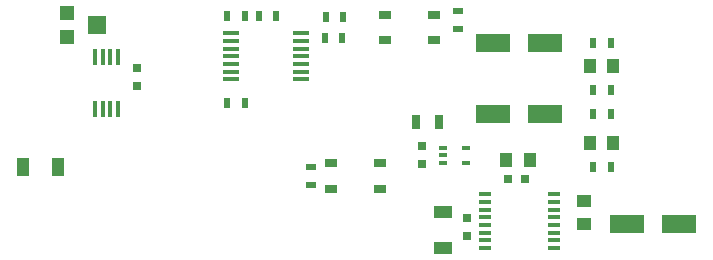
<source format=gtp>
G04 #@! TF.FileFunction,Paste,Top*
%FSLAX46Y46*%
G04 Gerber Fmt 4.6, Leading zero omitted, Abs format (unit mm)*
G04 Created by KiCad (PCBNEW 4.0.7) date Sun Mar 11 16:41:06 2018*
%MOMM*%
%LPD*%
G01*
G04 APERTURE LIST*
%ADD10C,0.025400*%
%ADD11R,0.450000X1.450000*%
%ADD12R,3.000000X1.600000*%
%ADD13R,1.600000X1.000000*%
%ADD14R,0.800000X0.750000*%
%ADD15R,0.750000X0.800000*%
%ADD16R,1.000000X1.600000*%
%ADD17R,0.700000X1.300000*%
%ADD18R,0.500000X0.900000*%
%ADD19R,1.500000X1.600000*%
%ADD20R,1.200000X1.200000*%
%ADD21R,1.000000X0.400000*%
%ADD22R,0.900000X0.500000*%
%ADD23R,1.450000X0.450000*%
%ADD24R,1.050000X0.650000*%
%ADD25R,1.000000X1.250000*%
%ADD26R,1.250000X1.000000*%
%ADD27R,0.650000X0.400000*%
G04 APERTURE END LIST*
D10*
D11*
X108559580Y-103721120D03*
X107909580Y-103721120D03*
X107259580Y-103721120D03*
X106609580Y-103721120D03*
X106609580Y-108121120D03*
X107259580Y-108121120D03*
X107909580Y-108121120D03*
X108559580Y-108121120D03*
D12*
X151643180Y-117864320D03*
X156043180Y-117864320D03*
D13*
X136032580Y-116867120D03*
X136032580Y-119867120D03*
D14*
X143036180Y-114054320D03*
X141536180Y-114054320D03*
D12*
X140300000Y-108500000D03*
X144700000Y-108500000D03*
X140300000Y-102500000D03*
X144700000Y-102500000D03*
D15*
X110124580Y-104663120D03*
X110124580Y-106163120D03*
D16*
X100500000Y-113000000D03*
X103500000Y-113000000D03*
D17*
X133812580Y-109223120D03*
X135712580Y-109223120D03*
D18*
X150250000Y-108500000D03*
X148750000Y-108500000D03*
X150250000Y-113000000D03*
X148750000Y-113000000D03*
X150250000Y-102500000D03*
X148750000Y-102500000D03*
X150250000Y-106500000D03*
X148750000Y-106500000D03*
X127542180Y-102116320D03*
X126042180Y-102116320D03*
X119287180Y-100211320D03*
X117787180Y-100211320D03*
X121954180Y-100211320D03*
X120454180Y-100211320D03*
X117787180Y-107577320D03*
X119287180Y-107577320D03*
D19*
X106750000Y-101000000D03*
D20*
X104250000Y-100000000D03*
X104250000Y-102000000D03*
D21*
X139640180Y-115335320D03*
X139640180Y-115985320D03*
X139640180Y-116635320D03*
X139640180Y-117285320D03*
X139640180Y-117935320D03*
X139640180Y-118585320D03*
X139640180Y-119235320D03*
X139640180Y-119885320D03*
X145440180Y-119885320D03*
X145440180Y-119235320D03*
X145440180Y-118585320D03*
X145440180Y-117935320D03*
X145440180Y-117285320D03*
X145440180Y-116635320D03*
X145440180Y-115985320D03*
X145440180Y-115335320D03*
D22*
X137302580Y-101325120D03*
X137302580Y-99825120D03*
X124856580Y-114533120D03*
X124856580Y-113033120D03*
D23*
X118127180Y-101690320D03*
X118127180Y-102340320D03*
X118127180Y-102990320D03*
X118127180Y-103640320D03*
X118127180Y-104290320D03*
X118127180Y-104940320D03*
X118127180Y-105590320D03*
X124027180Y-105590320D03*
X124027180Y-104940320D03*
X124027180Y-104290320D03*
X124027180Y-103640320D03*
X124027180Y-102990320D03*
X124027180Y-102340320D03*
X124027180Y-101690320D03*
D24*
X130741580Y-114870120D03*
X126591580Y-114870120D03*
X130741580Y-112720120D03*
X126591580Y-112720120D03*
X131163580Y-100152320D03*
X135313580Y-100152320D03*
X131163580Y-102302320D03*
X135313580Y-102302320D03*
D25*
X141437180Y-112403320D03*
X143437180Y-112403320D03*
X148500000Y-111000000D03*
X150500000Y-111000000D03*
X148500000Y-104500000D03*
X150500000Y-104500000D03*
D26*
X148001180Y-117860320D03*
X148001180Y-115860320D03*
D15*
X134254580Y-111267120D03*
X134254580Y-112767120D03*
X138064580Y-118863120D03*
X138064580Y-117363120D03*
D18*
X126138580Y-100333120D03*
X127638580Y-100333120D03*
D27*
X136098580Y-111367120D03*
X136098580Y-112667120D03*
X136098580Y-112017120D03*
X137998580Y-112667120D03*
X137998580Y-111367120D03*
M02*

</source>
